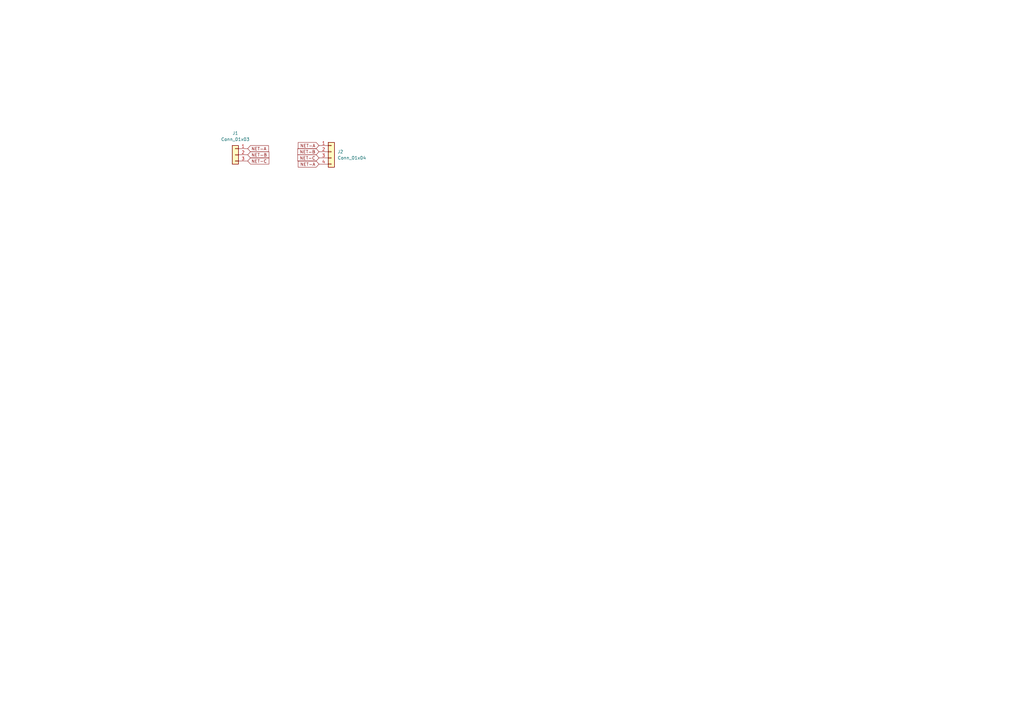
<source format=kicad_sch>
(kicad_sch (version 20231120) (generator "eeschema") (generator_version "8.0")
  (paper "A3")
  (lib_symbols
    (symbol "Connector_Generic:Conn_01x03" (pin_names (offset 1.016) hide)
      (property "Reference" "J" (at 0 5.08 0))
      (property "Value" "Conn_01x03" (at 0 -5.08 0))
      (symbol "Conn_01x03_1_1"
        (rectangle (start -1.27 -2.413) (end 0 -2.667) (stroke (width 0.1524)))
        (rectangle (start -1.27 0.127) (end 0 -0.127) (stroke (width 0.1524)))
        (rectangle (start -1.27 2.667) (end 0 2.413) (stroke (width 0.1524)))
        (rectangle (start -1.27 3.81) (end 1.27 -3.81) (stroke (width 0.254)) (fill (type background)))
        (pin passive line (at -5.08 2.54 0) (length 3.81) (name "Pin_1") (number "1"))
        (pin passive line (at -5.08 0 0) (length 3.81) (name "Pin_2") (number "2"))
        (pin passive line (at -5.08 -2.54 0) (length 3.81) (name "Pin_3") (number "3"))
      )
    )
    (symbol "Connector_Generic:Conn_01x04" (pin_names (offset 1.016) hide)
      (property "Reference" "J" (at 0 5.08 0))
      (property "Value" "Conn_01x04" (at 0 -7.62 0))
      (symbol "Conn_01x04_1_1"
        (rectangle (start -1.27 -4.953) (end 0 -5.207) (stroke (width 0.1524)))
        (rectangle (start -1.27 -2.413) (end 0 -2.667) (stroke (width 0.1524)))
        (rectangle (start -1.27 0.127) (end 0 -0.127) (stroke (width 0.1524)))
        (rectangle (start -1.27 2.667) (end 0 2.413) (stroke (width 0.1524)))
        (rectangle (start -1.27 3.81) (end 1.27 -6.35) (stroke (width 0.254)) (fill (type background)))
        (pin passive line (at -5.08 2.54 0) (length 3.81) (name "Pin_1") (number "1"))
        (pin passive line (at -5.08 0 0) (length 3.81) (name "Pin_2") (number "2"))
        (pin passive line (at -5.08 -2.54 0) (length 3.81) (name "Pin_3") (number "3"))
        (pin passive line (at -5.08 -5.08 0) (length 3.81) (name "Pin_4") (number "4"))
      )
    )
  )
  (global_label "NET-A" (shape input) (at 101.6 60.96 0) (property "Intersheetrefs" "${INTERSHEET_REFS}" (effects (hide yes))))
  (global_label "NET-B" (shape input) (at 101.6 63.5 0) (property "Intersheetrefs" "${INTERSHEET_REFS}" (effects (hide yes))))
  (global_label "NET-A" (shape input) (at 130.81 59.69 180) (property "Intersheetrefs" "${INTERSHEET_REFS}" (effects (hide yes))))
  (global_label "NET-B" (shape input) (at 130.81 62.23 180) (property "Intersheetrefs" "${INTERSHEET_REFS}" (effects (hide yes))))
  (global_label "NET-C" (shape input) (at 130.81 64.77 180) (property "Intersheetrefs" "${INTERSHEET_REFS}" (effects (hide yes))))
  (global_label "NET-C" (shape input) (at 101.6 66.04 0) (property "Intersheetrefs" "${INTERSHEET_REFS}" (effects (hide yes))))
  (global_label "NET-A" (shape input) (at 130.81 67.31 180) (property "Intersheetrefs" "${INTERSHEET_REFS}" (effects (hide yes))))
  (symbol (lib_id "Connector_Generic:Conn_01x03") (at 96.52 63.5 0) (mirror y) (unit 1)
    (property "Reference" "J1" (at 96.52 54.61 0))
    (property "Value" "Conn_01x03" (at 96.52 57.15 0))
    (property "Footprint" "locallib:PinHeader_1x03_P2.00mm_Vertical_Customized" (effects (hide yes)))
    (property "Description" "Generic connector, single row, 01x03, script generated (kicad-library-utils/schlib/autogen/connector/)" (effects (hide yes)))
  )
  (symbol (lib_id "Connector_Generic:Conn_01x04") (at 135.89 62.23 0) (unit 1)
    (property "Reference" "J2" (at 138.43 62.2299 0) (effects (justify left)))
    (property "Value" "Conn_01x04" (at 138.43 64.7699 0) (effects (justify left)))
    (property "Footprint" "locallib:Encoder-EC10E-RevEngr" (effects (hide yes)))
    (property "Description" "Generic connector, single row, 01x04, script generated (kicad-library-utils/schlib/autogen/connector/)" (effects (hide yes)))
  )
)
</source>
